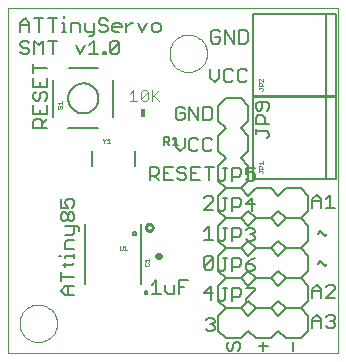
<source format=gto>
G75*
G70*
%OFA0B0*%
%FSLAX24Y24*%
%IPPOS*%
%LPD*%
%AMOC8*
5,1,8,0,0,1.08239X$1,22.5*
%
%ADD10C,0.0000*%
%ADD11C,0.0050*%
%ADD12C,0.0100*%
%ADD13C,0.0080*%
%ADD14C,0.0010*%
%ADD15R,0.0180X0.0300*%
%ADD16C,0.0040*%
%ADD17C,0.0060*%
%ADD18C,0.0220*%
D10*
X000150Y000550D02*
X000150Y012050D01*
X011150Y012050D01*
X011150Y000550D01*
X000150Y000550D01*
X000525Y001550D02*
X000527Y001600D01*
X000533Y001649D01*
X000543Y001698D01*
X000556Y001745D01*
X000574Y001792D01*
X000595Y001837D01*
X000619Y001880D01*
X000647Y001921D01*
X000678Y001960D01*
X000712Y001996D01*
X000749Y002030D01*
X000789Y002060D01*
X000830Y002087D01*
X000874Y002111D01*
X000919Y002131D01*
X000966Y002147D01*
X001014Y002160D01*
X001063Y002169D01*
X001113Y002174D01*
X001162Y002175D01*
X001212Y002172D01*
X001261Y002165D01*
X001310Y002154D01*
X001357Y002140D01*
X001403Y002121D01*
X001448Y002099D01*
X001491Y002074D01*
X001531Y002045D01*
X001569Y002013D01*
X001605Y001979D01*
X001638Y001941D01*
X001667Y001901D01*
X001693Y001859D01*
X001716Y001815D01*
X001735Y001769D01*
X001751Y001722D01*
X001763Y001673D01*
X001771Y001624D01*
X001775Y001575D01*
X001775Y001525D01*
X001771Y001476D01*
X001763Y001427D01*
X001751Y001378D01*
X001735Y001331D01*
X001716Y001285D01*
X001693Y001241D01*
X001667Y001199D01*
X001638Y001159D01*
X001605Y001121D01*
X001569Y001087D01*
X001531Y001055D01*
X001491Y001026D01*
X001448Y001001D01*
X001403Y000979D01*
X001357Y000960D01*
X001310Y000946D01*
X001261Y000935D01*
X001212Y000928D01*
X001162Y000925D01*
X001113Y000926D01*
X001063Y000931D01*
X001014Y000940D01*
X000966Y000953D01*
X000919Y000969D01*
X000874Y000989D01*
X000830Y001013D01*
X000789Y001040D01*
X000749Y001070D01*
X000712Y001104D01*
X000678Y001140D01*
X000647Y001179D01*
X000619Y001220D01*
X000595Y001263D01*
X000574Y001308D01*
X000556Y001355D01*
X000543Y001402D01*
X000533Y001451D01*
X000527Y001500D01*
X000525Y001550D01*
X005525Y010550D02*
X005527Y010600D01*
X005533Y010649D01*
X005543Y010698D01*
X005556Y010745D01*
X005574Y010792D01*
X005595Y010837D01*
X005619Y010880D01*
X005647Y010921D01*
X005678Y010960D01*
X005712Y010996D01*
X005749Y011030D01*
X005789Y011060D01*
X005830Y011087D01*
X005874Y011111D01*
X005919Y011131D01*
X005966Y011147D01*
X006014Y011160D01*
X006063Y011169D01*
X006113Y011174D01*
X006162Y011175D01*
X006212Y011172D01*
X006261Y011165D01*
X006310Y011154D01*
X006357Y011140D01*
X006403Y011121D01*
X006448Y011099D01*
X006491Y011074D01*
X006531Y011045D01*
X006569Y011013D01*
X006605Y010979D01*
X006638Y010941D01*
X006667Y010901D01*
X006693Y010859D01*
X006716Y010815D01*
X006735Y010769D01*
X006751Y010722D01*
X006763Y010673D01*
X006771Y010624D01*
X006775Y010575D01*
X006775Y010525D01*
X006771Y010476D01*
X006763Y010427D01*
X006751Y010378D01*
X006735Y010331D01*
X006716Y010285D01*
X006693Y010241D01*
X006667Y010199D01*
X006638Y010159D01*
X006605Y010121D01*
X006569Y010087D01*
X006531Y010055D01*
X006491Y010026D01*
X006448Y010001D01*
X006403Y009979D01*
X006357Y009960D01*
X006310Y009946D01*
X006261Y009935D01*
X006212Y009928D01*
X006162Y009925D01*
X006113Y009926D01*
X006063Y009931D01*
X006014Y009940D01*
X005966Y009953D01*
X005919Y009969D01*
X005874Y009989D01*
X005830Y010013D01*
X005789Y010040D01*
X005749Y010070D01*
X005712Y010104D01*
X005678Y010140D01*
X005647Y010179D01*
X005619Y010220D01*
X005595Y010263D01*
X005574Y010308D01*
X005556Y010355D01*
X005543Y010402D01*
X005533Y010451D01*
X005527Y010500D01*
X005525Y010550D01*
D11*
X005154Y011265D02*
X005004Y011265D01*
X004929Y011340D01*
X004929Y011490D01*
X005004Y011565D01*
X005154Y011565D01*
X005229Y011490D01*
X005229Y011340D01*
X005154Y011265D01*
X004769Y011565D02*
X004618Y011265D01*
X004468Y011565D01*
X004310Y011565D02*
X004235Y011565D01*
X004085Y011415D01*
X004085Y011265D02*
X004085Y011565D01*
X003925Y011490D02*
X003925Y011415D01*
X003624Y011415D01*
X003624Y011340D02*
X003624Y011490D01*
X003699Y011565D01*
X003849Y011565D01*
X003925Y011490D01*
X003849Y011265D02*
X003699Y011265D01*
X003624Y011340D01*
X003464Y011340D02*
X003464Y011415D01*
X003389Y011490D01*
X003239Y011490D01*
X003164Y011565D01*
X003164Y011640D01*
X003239Y011715D01*
X003389Y011715D01*
X003464Y011640D01*
X003464Y011340D02*
X003389Y011265D01*
X003239Y011265D01*
X003164Y011340D01*
X003004Y011265D02*
X002779Y011265D01*
X002703Y011340D01*
X002703Y011565D01*
X002543Y011490D02*
X002543Y011265D01*
X002543Y011490D02*
X002468Y011565D01*
X002243Y011565D01*
X002243Y011265D01*
X002086Y011265D02*
X001936Y011265D01*
X002011Y011265D02*
X002011Y011565D01*
X001936Y011565D01*
X002011Y011715D02*
X002011Y011790D01*
X001776Y011715D02*
X001476Y011715D01*
X001316Y011715D02*
X001015Y011715D01*
X001166Y011715D02*
X001166Y011265D01*
X000855Y011265D02*
X000855Y011565D01*
X000705Y011715D01*
X000555Y011565D01*
X000555Y011265D01*
X000555Y011490D02*
X000855Y011490D01*
X000780Y010965D02*
X000630Y010965D01*
X000555Y010890D01*
X000555Y010815D01*
X000630Y010740D01*
X000780Y010740D01*
X000855Y010665D01*
X000855Y010590D01*
X000780Y010515D01*
X000630Y010515D01*
X000555Y010590D01*
X000855Y010890D02*
X000780Y010965D01*
X001015Y010965D02*
X001166Y010815D01*
X001316Y010965D01*
X001316Y010515D01*
X001015Y010515D02*
X001015Y010965D01*
X001476Y010965D02*
X001776Y010965D01*
X001626Y010965D02*
X001626Y010515D01*
X001435Y010047D02*
X000985Y010047D01*
X000985Y009897D02*
X000985Y010197D01*
X000985Y009736D02*
X000985Y009436D01*
X001435Y009436D01*
X001435Y009736D01*
X001210Y009586D02*
X001210Y009436D01*
X001285Y009276D02*
X001360Y009276D01*
X001435Y009201D01*
X001435Y009051D01*
X001360Y008976D01*
X001210Y009051D02*
X001210Y009201D01*
X001285Y009276D01*
X001060Y009276D02*
X000985Y009201D01*
X000985Y009051D01*
X001060Y008976D01*
X001135Y008976D01*
X001210Y009051D01*
X001435Y008816D02*
X001435Y008515D01*
X000985Y008515D01*
X000985Y008816D01*
X001210Y008666D02*
X001210Y008515D01*
X001210Y008355D02*
X001060Y008355D01*
X000985Y008280D01*
X000985Y008055D01*
X001435Y008055D01*
X001285Y008055D02*
X001285Y008280D01*
X001210Y008355D01*
X001285Y008205D02*
X001435Y008355D01*
X002547Y010515D02*
X002697Y010815D01*
X002857Y010815D02*
X003007Y010965D01*
X003007Y010515D01*
X002857Y010515D02*
X003157Y010515D01*
X003317Y010515D02*
X003392Y010515D01*
X003392Y010590D01*
X003317Y010590D01*
X003317Y010515D01*
X003548Y010590D02*
X003848Y010890D01*
X003848Y010590D01*
X003773Y010515D01*
X003623Y010515D01*
X003548Y010590D01*
X003548Y010890D01*
X003623Y010965D01*
X003773Y010965D01*
X003848Y010890D01*
X003004Y011190D02*
X002929Y011115D01*
X002854Y011115D01*
X003004Y011190D02*
X003004Y011565D01*
X002397Y010815D02*
X002547Y010515D01*
X001626Y011265D02*
X001626Y011715D01*
X005336Y007775D02*
X005471Y007775D01*
X005516Y007730D01*
X005516Y007640D01*
X005471Y007595D01*
X005336Y007595D01*
X005426Y007595D02*
X005516Y007505D01*
X005630Y007505D02*
X005811Y007505D01*
X005720Y007505D02*
X005720Y007775D01*
X005630Y007685D01*
X005725Y007745D02*
X005725Y007445D01*
X005875Y007295D01*
X006025Y007445D01*
X006025Y007745D01*
X006185Y007670D02*
X006185Y007370D01*
X006260Y007295D01*
X006411Y007295D01*
X006486Y007370D01*
X006646Y007370D02*
X006646Y007670D01*
X006721Y007745D01*
X006871Y007745D01*
X006946Y007670D01*
X006946Y007370D02*
X006871Y007295D01*
X006721Y007295D01*
X006646Y007370D01*
X006486Y007670D02*
X006411Y007745D01*
X006260Y007745D01*
X006185Y007670D01*
X006185Y008325D02*
X006185Y008775D01*
X006486Y008325D01*
X006486Y008775D01*
X006646Y008775D02*
X006871Y008775D01*
X006946Y008700D01*
X006946Y008400D01*
X006871Y008325D01*
X006646Y008325D01*
X006646Y008775D01*
X006025Y008700D02*
X005950Y008775D01*
X005800Y008775D01*
X005725Y008700D01*
X005725Y008400D01*
X005800Y008325D01*
X005950Y008325D01*
X006025Y008400D01*
X006025Y008550D01*
X005875Y008550D01*
X005336Y007775D02*
X005336Y007505D01*
X005325Y006775D02*
X005325Y006325D01*
X005626Y006325D01*
X005786Y006400D02*
X005861Y006325D01*
X006011Y006325D01*
X006086Y006400D01*
X006086Y006475D01*
X006011Y006550D01*
X005861Y006550D01*
X005786Y006625D01*
X005786Y006700D01*
X005861Y006775D01*
X006011Y006775D01*
X006086Y006700D01*
X006246Y006775D02*
X006246Y006325D01*
X006546Y006325D01*
X006396Y006550D02*
X006246Y006550D01*
X006246Y006775D02*
X006546Y006775D01*
X006707Y006775D02*
X007007Y006775D01*
X006857Y006775D02*
X006857Y006325D01*
X007145Y006370D02*
X007220Y006295D01*
X007295Y006295D01*
X007370Y006370D01*
X007370Y006745D01*
X007295Y006745D02*
X007445Y006745D01*
X007605Y006745D02*
X007831Y006745D01*
X007906Y006670D01*
X007906Y006520D01*
X007831Y006445D01*
X007605Y006445D01*
X007605Y006295D02*
X007605Y006745D01*
X008066Y006745D02*
X008066Y006520D01*
X008216Y006595D01*
X008291Y006595D01*
X008366Y006520D01*
X008366Y006370D01*
X008291Y006295D01*
X008141Y006295D01*
X008066Y006370D01*
X008066Y006745D02*
X008366Y006745D01*
X008291Y005745D02*
X008066Y005520D01*
X008366Y005520D01*
X008291Y005295D02*
X008291Y005745D01*
X007906Y005670D02*
X007906Y005520D01*
X007831Y005445D01*
X007605Y005445D01*
X007605Y005295D02*
X007605Y005745D01*
X007831Y005745D01*
X007906Y005670D01*
X007445Y005745D02*
X007295Y005745D01*
X007370Y005745D02*
X007370Y005370D01*
X007295Y005295D01*
X007220Y005295D01*
X007145Y005370D01*
X006975Y005345D02*
X006675Y005345D01*
X006975Y005645D01*
X006975Y005720D01*
X006900Y005795D01*
X006750Y005795D01*
X006675Y005720D01*
X006825Y004795D02*
X006825Y004345D01*
X006675Y004345D02*
X006975Y004345D01*
X007145Y004370D02*
X007220Y004295D01*
X007295Y004295D01*
X007370Y004370D01*
X007370Y004745D01*
X007295Y004745D02*
X007445Y004745D01*
X007605Y004745D02*
X007831Y004745D01*
X007906Y004670D01*
X007906Y004520D01*
X007831Y004445D01*
X007605Y004445D01*
X007605Y004295D02*
X007605Y004745D01*
X008066Y004670D02*
X008141Y004745D01*
X008291Y004745D01*
X008366Y004670D01*
X008366Y004595D01*
X008291Y004520D01*
X008366Y004445D01*
X008366Y004370D01*
X008291Y004295D01*
X008141Y004295D01*
X008066Y004370D01*
X008216Y004520D02*
X008291Y004520D01*
X008366Y003745D02*
X008216Y003670D01*
X008066Y003520D01*
X008291Y003520D01*
X008366Y003445D01*
X008366Y003370D01*
X008291Y003295D01*
X008141Y003295D01*
X008066Y003370D01*
X008066Y003520D01*
X007906Y003520D02*
X007831Y003445D01*
X007605Y003445D01*
X007605Y003295D02*
X007605Y003745D01*
X007831Y003745D01*
X007906Y003670D01*
X007906Y003520D01*
X007445Y003745D02*
X007295Y003745D01*
X007370Y003745D02*
X007370Y003370D01*
X007295Y003295D01*
X007220Y003295D01*
X007145Y003370D01*
X006975Y003420D02*
X006900Y003345D01*
X006750Y003345D01*
X006675Y003420D01*
X006975Y003720D01*
X006975Y003420D01*
X006675Y003420D02*
X006675Y003720D01*
X006750Y003795D01*
X006900Y003795D01*
X006975Y003720D01*
X006146Y002995D02*
X005846Y002995D01*
X005846Y002545D01*
X005686Y002545D02*
X005686Y002845D01*
X005846Y002770D02*
X005996Y002770D01*
X005686Y002545D02*
X005461Y002545D01*
X005386Y002620D01*
X005386Y002845D01*
X005225Y002545D02*
X004925Y002545D01*
X005075Y002545D02*
X005075Y002995D01*
X004925Y002845D01*
X004770Y002620D02*
X004770Y002545D01*
X004695Y002545D01*
X004695Y002620D01*
X004770Y002620D01*
X006675Y002570D02*
X006975Y002570D01*
X006900Y002345D02*
X006900Y002795D01*
X006675Y002570D01*
X007145Y002370D02*
X007220Y002295D01*
X007295Y002295D01*
X007370Y002370D01*
X007370Y002745D01*
X007295Y002745D02*
X007445Y002745D01*
X007605Y002745D02*
X007831Y002745D01*
X007906Y002670D01*
X007906Y002520D01*
X007831Y002445D01*
X007605Y002445D01*
X007605Y002295D02*
X007605Y002745D01*
X008066Y002745D02*
X008366Y002745D01*
X008366Y002670D01*
X008066Y002370D01*
X008066Y002295D01*
X007025Y001670D02*
X007025Y001595D01*
X006950Y001520D01*
X007025Y001445D01*
X007025Y001370D01*
X006950Y001295D01*
X006800Y001295D01*
X006725Y001370D01*
X006875Y001520D02*
X006950Y001520D01*
X007025Y001670D02*
X006950Y001745D01*
X006800Y001745D01*
X006725Y001670D01*
X007500Y000945D02*
X007425Y000870D01*
X007425Y000720D01*
X007500Y000645D01*
X007575Y000645D01*
X007650Y000720D01*
X007650Y000870D01*
X007725Y000945D01*
X007800Y000945D01*
X007875Y000870D01*
X007875Y000720D01*
X007800Y000645D01*
X008500Y000795D02*
X008800Y000795D01*
X008650Y000645D02*
X008650Y000945D01*
X009650Y000945D02*
X009650Y000645D01*
X010275Y001395D02*
X010275Y001695D01*
X010425Y001845D01*
X010575Y001695D01*
X010575Y001395D01*
X010735Y001470D02*
X010810Y001395D01*
X010961Y001395D01*
X011036Y001470D01*
X011036Y001545D01*
X010961Y001620D01*
X010886Y001620D01*
X010961Y001620D02*
X011036Y001695D01*
X011036Y001770D01*
X010961Y001845D01*
X010810Y001845D01*
X010735Y001770D01*
X010575Y001620D02*
X010275Y001620D01*
X010275Y002395D02*
X010275Y002695D01*
X010425Y002845D01*
X010575Y002695D01*
X010575Y002395D01*
X010735Y002395D02*
X011036Y002695D01*
X011036Y002770D01*
X010961Y002845D01*
X010810Y002845D01*
X010735Y002770D01*
X010575Y002620D02*
X010275Y002620D01*
X010735Y002395D02*
X011036Y002395D01*
X010700Y003470D02*
X010775Y003545D01*
X010700Y003470D02*
X010550Y003620D01*
X010475Y003545D01*
X010700Y004470D02*
X010775Y004545D01*
X010700Y004470D02*
X010550Y004620D01*
X010475Y004545D01*
X010575Y005395D02*
X010575Y005695D01*
X010425Y005845D01*
X010275Y005695D01*
X010275Y005395D01*
X010275Y005620D02*
X010575Y005620D01*
X010735Y005695D02*
X010886Y005845D01*
X010886Y005395D01*
X011036Y005395D02*
X010735Y005395D01*
X008770Y007724D02*
X008845Y007799D01*
X008845Y007874D01*
X008770Y007949D01*
X008395Y007949D01*
X008395Y007874D02*
X008395Y008024D01*
X008395Y008184D02*
X008395Y008409D01*
X008470Y008484D01*
X008620Y008484D01*
X008695Y008409D01*
X008695Y008184D01*
X008845Y008184D02*
X008395Y008184D01*
X008470Y008645D02*
X008545Y008645D01*
X008620Y008720D01*
X008620Y008945D01*
X008770Y008945D02*
X008470Y008945D01*
X008395Y008870D01*
X008395Y008720D01*
X008470Y008645D01*
X008770Y008645D02*
X008845Y008720D01*
X008845Y008870D01*
X008770Y008945D01*
X008106Y009660D02*
X008031Y009585D01*
X007881Y009585D01*
X007806Y009660D01*
X007806Y009960D01*
X007881Y010035D01*
X008031Y010035D01*
X008106Y009960D01*
X007646Y009960D02*
X007571Y010035D01*
X007420Y010035D01*
X007345Y009960D01*
X007345Y009660D01*
X007420Y009585D01*
X007571Y009585D01*
X007646Y009660D01*
X007185Y009735D02*
X007185Y010035D01*
X006885Y010035D02*
X006885Y009735D01*
X007035Y009585D01*
X007185Y009735D01*
X007130Y010875D02*
X006980Y010875D01*
X006905Y010950D01*
X006905Y011250D01*
X006980Y011325D01*
X007130Y011325D01*
X007205Y011250D01*
X007205Y011100D02*
X007055Y011100D01*
X007205Y011100D02*
X007205Y010950D01*
X007130Y010875D01*
X007365Y010875D02*
X007365Y011325D01*
X007666Y010875D01*
X007666Y011325D01*
X007826Y011325D02*
X008051Y011325D01*
X008126Y011250D01*
X008126Y010950D01*
X008051Y010875D01*
X007826Y010875D01*
X007826Y011325D01*
X005626Y006775D02*
X005325Y006775D01*
X005165Y006700D02*
X005165Y006550D01*
X005090Y006475D01*
X004865Y006475D01*
X005015Y006475D02*
X005165Y006325D01*
X005325Y006550D02*
X005476Y006550D01*
X005165Y006700D02*
X005090Y006775D01*
X004865Y006775D01*
X004865Y006325D01*
X006675Y004645D02*
X006825Y004795D01*
X002505Y004715D02*
X002505Y004640D01*
X002505Y004715D02*
X002430Y004790D01*
X002055Y004790D01*
X002055Y004950D02*
X001980Y004950D01*
X001905Y005025D01*
X001905Y005176D01*
X001980Y005251D01*
X002055Y005251D01*
X002130Y005176D01*
X002130Y005025D01*
X002055Y004950D01*
X002130Y005025D02*
X002205Y004950D01*
X002280Y004950D01*
X002355Y005025D01*
X002355Y005176D01*
X002280Y005251D01*
X002205Y005251D01*
X002130Y005176D01*
X002130Y005411D02*
X001905Y005411D01*
X001905Y005711D01*
X002055Y005636D02*
X002055Y005561D01*
X002130Y005411D01*
X002280Y005411D02*
X002355Y005486D01*
X002355Y005636D01*
X002280Y005711D01*
X002130Y005711D01*
X002055Y005636D01*
X002355Y004790D02*
X002355Y004565D01*
X002280Y004490D01*
X002055Y004490D01*
X002130Y004330D02*
X002355Y004330D01*
X002130Y004330D02*
X002055Y004255D01*
X002055Y004030D01*
X002355Y004030D01*
X002355Y003873D02*
X002355Y003723D01*
X002355Y003798D02*
X002055Y003798D01*
X002055Y003723D01*
X002055Y003566D02*
X002055Y003416D01*
X001980Y003491D02*
X002280Y003491D01*
X002355Y003566D01*
X002355Y003106D02*
X001905Y003106D01*
X001905Y003256D02*
X001905Y002955D01*
X002055Y002795D02*
X002355Y002795D01*
X002130Y002795D02*
X002130Y002495D01*
X002055Y002495D02*
X001905Y002645D01*
X002055Y002795D01*
X002055Y002495D02*
X002355Y002495D01*
X001905Y003798D02*
X001830Y003798D01*
D12*
X004738Y004750D02*
X004740Y004771D01*
X004746Y004790D01*
X004755Y004809D01*
X004767Y004825D01*
X004783Y004839D01*
X004800Y004850D01*
X004819Y004858D01*
X004840Y004862D01*
X004860Y004862D01*
X004881Y004858D01*
X004900Y004850D01*
X004917Y004839D01*
X004933Y004825D01*
X004945Y004809D01*
X004954Y004790D01*
X004960Y004771D01*
X004962Y004750D01*
X004960Y004729D01*
X004954Y004710D01*
X004945Y004691D01*
X004933Y004675D01*
X004917Y004661D01*
X004900Y004650D01*
X004881Y004642D01*
X004860Y004638D01*
X004840Y004638D01*
X004819Y004642D01*
X004800Y004650D01*
X004783Y004661D01*
X004767Y004675D01*
X004755Y004691D01*
X004746Y004710D01*
X004740Y004729D01*
X004738Y004750D01*
D13*
X004303Y004540D02*
X004305Y004555D01*
X004311Y004568D01*
X004320Y004580D01*
X004331Y004589D01*
X004345Y004595D01*
X004360Y004597D01*
X004375Y004595D01*
X004388Y004589D01*
X004400Y004580D01*
X004409Y004569D01*
X004415Y004555D01*
X004417Y004540D01*
X004415Y004525D01*
X004409Y004512D01*
X004400Y004500D01*
X004389Y004491D01*
X004375Y004485D01*
X004360Y004483D01*
X004345Y004485D01*
X004332Y004491D01*
X004320Y004500D01*
X004311Y004511D01*
X004305Y004525D01*
X004303Y004540D01*
X004359Y006794D02*
X004359Y007306D01*
X003650Y008444D02*
X003650Y009656D01*
X003138Y010050D02*
X002162Y010050D01*
X001650Y009656D02*
X001650Y008444D01*
X002150Y008050D02*
X003138Y008050D01*
X002941Y007306D02*
X002941Y006794D01*
X002150Y009050D02*
X002152Y009094D01*
X002158Y009138D01*
X002168Y009181D01*
X002181Y009223D01*
X002198Y009264D01*
X002219Y009303D01*
X002243Y009340D01*
X002270Y009375D01*
X002300Y009407D01*
X002333Y009437D01*
X002369Y009463D01*
X002406Y009487D01*
X002446Y009506D01*
X002487Y009523D01*
X002530Y009535D01*
X002573Y009544D01*
X002617Y009549D01*
X002661Y009550D01*
X002705Y009547D01*
X002749Y009540D01*
X002792Y009529D01*
X002834Y009515D01*
X002874Y009497D01*
X002913Y009475D01*
X002949Y009451D01*
X002983Y009423D01*
X003015Y009392D01*
X003044Y009358D01*
X003070Y009322D01*
X003092Y009284D01*
X003111Y009244D01*
X003126Y009202D01*
X003138Y009160D01*
X003146Y009116D01*
X003150Y009072D01*
X003150Y009028D01*
X003146Y008984D01*
X003138Y008940D01*
X003126Y008898D01*
X003111Y008856D01*
X003092Y008816D01*
X003070Y008778D01*
X003044Y008742D01*
X003015Y008708D01*
X002983Y008677D01*
X002949Y008649D01*
X002913Y008625D01*
X002874Y008603D01*
X002834Y008585D01*
X002792Y008571D01*
X002749Y008560D01*
X002705Y008553D01*
X002661Y008550D01*
X002617Y008551D01*
X002573Y008556D01*
X002530Y008565D01*
X002487Y008577D01*
X002446Y008594D01*
X002406Y008613D01*
X002369Y008637D01*
X002333Y008663D01*
X002300Y008693D01*
X002270Y008725D01*
X002243Y008760D01*
X002219Y008797D01*
X002198Y008836D01*
X002181Y008877D01*
X002168Y008919D01*
X002158Y008962D01*
X002152Y009006D01*
X002150Y009050D01*
X007150Y008800D02*
X007150Y008300D01*
X007400Y008050D01*
X007150Y007800D01*
X007150Y007300D01*
X007400Y007050D01*
X007150Y006800D01*
X007150Y006300D01*
X007400Y006050D01*
X007900Y006050D01*
X008150Y006300D01*
X008150Y006800D01*
X007900Y007050D01*
X008150Y007300D01*
X008150Y007800D01*
X007900Y008050D01*
X008150Y008300D01*
X008150Y008800D01*
X007900Y009050D01*
X007400Y009050D01*
X007150Y008800D01*
X008311Y009111D02*
X010752Y009111D01*
X010752Y011867D01*
X011067Y011867D01*
X011067Y009111D01*
X010752Y009111D01*
X010752Y009117D02*
X010752Y006361D01*
X008311Y006361D01*
X008311Y009117D01*
X010752Y009117D01*
X011067Y009117D01*
X011067Y006361D01*
X010752Y006361D01*
X010150Y005800D02*
X010150Y005300D01*
X009900Y005050D01*
X009400Y005050D01*
X009150Y005300D01*
X008900Y005050D01*
X008400Y005050D01*
X008150Y005300D01*
X007900Y005050D01*
X007400Y005050D01*
X007150Y005300D01*
X007150Y005800D01*
X007400Y006050D01*
X007900Y006050D01*
X008150Y005800D01*
X008400Y006050D01*
X008900Y006050D01*
X009150Y005800D01*
X009400Y006050D01*
X009900Y006050D01*
X010150Y005800D01*
X009900Y005050D02*
X009400Y005050D01*
X009150Y004800D01*
X008900Y005050D01*
X008400Y005050D01*
X008150Y004800D01*
X007900Y005050D01*
X007400Y005050D01*
X007150Y004800D01*
X007150Y004300D01*
X007400Y004050D01*
X007900Y004050D01*
X008150Y004300D01*
X008400Y004050D01*
X008900Y004050D01*
X009150Y004300D01*
X009400Y004050D01*
X009900Y004050D01*
X010150Y004300D01*
X010150Y004800D01*
X009900Y005050D01*
X009900Y004050D02*
X009400Y004050D01*
X009150Y003800D01*
X008900Y004050D01*
X008400Y004050D01*
X008150Y003800D01*
X007900Y004050D01*
X007400Y004050D01*
X007150Y003800D01*
X007150Y003300D01*
X007400Y003050D01*
X007150Y002800D01*
X007150Y002300D01*
X007400Y002050D01*
X007150Y001800D01*
X007150Y001300D01*
X007400Y001050D01*
X007900Y001050D01*
X008150Y001300D01*
X008400Y001050D01*
X008900Y001050D01*
X009150Y001300D01*
X009400Y001050D01*
X009900Y001050D01*
X010150Y001300D01*
X010150Y001800D01*
X009900Y002050D01*
X009400Y002050D01*
X009150Y001800D01*
X008900Y002050D01*
X008400Y002050D01*
X008150Y001800D01*
X007900Y002050D01*
X007400Y002050D01*
X007900Y002050D01*
X008150Y002300D01*
X008400Y002050D01*
X008900Y002050D01*
X009150Y002300D01*
X009400Y002050D01*
X009900Y002050D01*
X010150Y002300D01*
X010150Y002800D01*
X009900Y003050D01*
X009400Y003050D01*
X009150Y002800D01*
X008900Y003050D01*
X008400Y003050D01*
X008150Y002800D01*
X007900Y003050D01*
X007400Y003050D01*
X007900Y003050D01*
X008150Y003300D01*
X008400Y003050D01*
X008900Y003050D01*
X009150Y003300D01*
X009400Y003050D01*
X009900Y003050D01*
X010150Y003300D01*
X010150Y003800D01*
X009900Y004050D01*
X008311Y009111D02*
X008311Y011867D01*
X010752Y011867D01*
D14*
X008645Y009700D02*
X008645Y009600D01*
X008545Y009700D01*
X008520Y009700D01*
X008495Y009675D01*
X008495Y009625D01*
X008520Y009600D01*
X008520Y009552D02*
X008570Y009552D01*
X008595Y009527D01*
X008595Y009452D01*
X008645Y009452D02*
X008495Y009452D01*
X008495Y009527D01*
X008520Y009552D01*
X008495Y009405D02*
X008495Y009355D01*
X008495Y009380D02*
X008620Y009380D01*
X008645Y009355D01*
X008645Y009330D01*
X008620Y009305D01*
X008645Y006950D02*
X008645Y006850D01*
X008645Y006900D02*
X008495Y006900D01*
X008545Y006850D01*
X008570Y006802D02*
X008595Y006777D01*
X008595Y006702D01*
X008645Y006702D02*
X008495Y006702D01*
X008495Y006777D01*
X008520Y006802D01*
X008570Y006802D01*
X008495Y006655D02*
X008495Y006605D01*
X008495Y006630D02*
X008620Y006630D01*
X008645Y006605D01*
X008645Y006580D01*
X008620Y006555D01*
X004845Y003702D02*
X004845Y003602D01*
X004845Y003652D02*
X004695Y003652D01*
X004745Y003602D01*
X004720Y003555D02*
X004695Y003530D01*
X004695Y003480D01*
X004720Y003455D01*
X004820Y003455D01*
X004845Y003480D01*
X004845Y003530D01*
X004820Y003555D01*
X004108Y003995D02*
X004008Y003995D01*
X004058Y003995D02*
X004058Y004145D01*
X004008Y004095D01*
X003960Y004145D02*
X003960Y004020D01*
X003935Y003995D01*
X003885Y003995D01*
X003860Y004020D01*
X003860Y004145D01*
X003552Y007555D02*
X003452Y007555D01*
X003502Y007555D02*
X003502Y007705D01*
X003452Y007655D01*
X003405Y007680D02*
X003405Y007705D01*
X003405Y007680D02*
X003355Y007630D01*
X003355Y007555D01*
X003355Y007630D02*
X003305Y007680D01*
X003305Y007705D01*
X001945Y008730D02*
X001920Y008705D01*
X001945Y008730D02*
X001945Y008780D01*
X001920Y008805D01*
X001895Y008805D01*
X001870Y008780D01*
X001870Y008730D01*
X001845Y008705D01*
X001820Y008705D01*
X001795Y008730D01*
X001795Y008780D01*
X001820Y008805D01*
X001845Y008852D02*
X001795Y008902D01*
X001945Y008902D01*
X001945Y008852D02*
X001945Y008952D01*
D15*
X004650Y008550D03*
D16*
X004628Y008960D02*
X004568Y009020D01*
X004809Y009260D01*
X004809Y009020D01*
X004748Y008960D01*
X004628Y008960D01*
X004568Y009020D02*
X004568Y009260D01*
X004628Y009320D01*
X004748Y009320D01*
X004809Y009260D01*
X004937Y009320D02*
X004937Y008960D01*
X004937Y009080D02*
X005177Y009320D01*
X004997Y009140D02*
X005177Y008960D01*
X004440Y008960D02*
X004200Y008960D01*
X004320Y008960D02*
X004320Y009320D01*
X004200Y009200D01*
D17*
X004580Y004860D02*
X004580Y002850D01*
X002720Y002850D02*
X002720Y004860D01*
D18*
X005138Y003800D02*
X005162Y003800D01*
M02*

</source>
